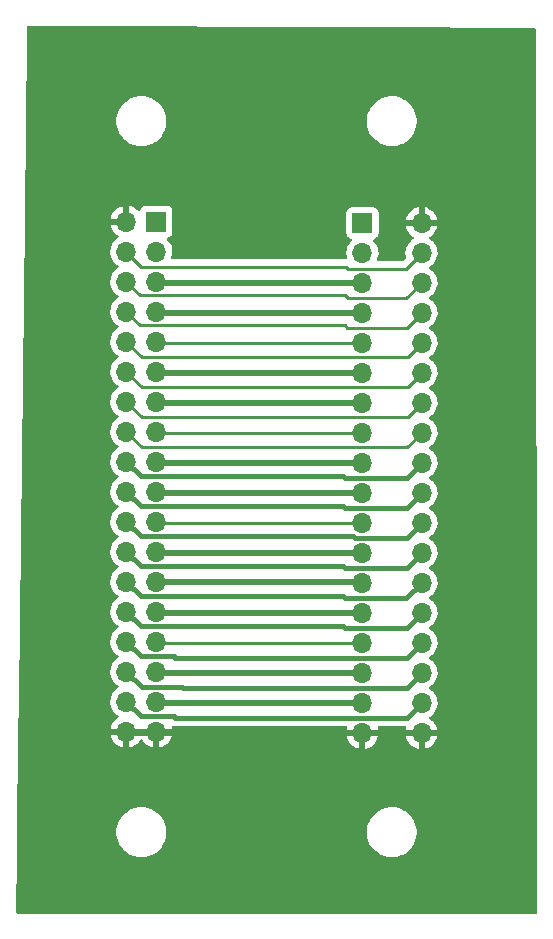
<source format=gbr>
%TF.GenerationSoftware,KiCad,Pcbnew,(6.0.6)*%
%TF.CreationDate,2022-10-16T14:55:51-05:00*%
%TF.ProjectId,CartRiser,43617274-5269-4736-9572-2e6b69636164,rev?*%
%TF.SameCoordinates,Original*%
%TF.FileFunction,Copper,L2,Bot*%
%TF.FilePolarity,Positive*%
%FSLAX46Y46*%
G04 Gerber Fmt 4.6, Leading zero omitted, Abs format (unit mm)*
G04 Created by KiCad (PCBNEW (6.0.6)) date 2022-10-16 14:55:51*
%MOMM*%
%LPD*%
G01*
G04 APERTURE LIST*
%TA.AperFunction,ComponentPad*%
%ADD10R,1.700000X1.700000*%
%TD*%
%TA.AperFunction,ComponentPad*%
%ADD11O,1.700000X1.700000*%
%TD*%
%TA.AperFunction,Conductor*%
%ADD12C,0.500000*%
%TD*%
%TA.AperFunction,Conductor*%
%ADD13C,0.250000*%
%TD*%
%TA.AperFunction,Conductor*%
%ADD14C,0.400000*%
%TD*%
G04 APERTURE END LIST*
D10*
%TO.P,J2,1,Pin_1*%
%TO.N,~{CMRESET}*%
X171325000Y-60520000D03*
D11*
%TO.P,J2,2,Pin_2*%
%TO.N,GND*%
X176325000Y-60520000D03*
%TO.P,J2,3,Pin_3*%
%TO.N,D7*%
X171325000Y-63060000D03*
%TO.P,J2,4,Pin_4*%
%TO.N,~{CRUCLK}*%
X176325000Y-63060000D03*
%TO.P,J2,5,Pin_5*%
%TO.N,D6*%
X171325000Y-65600000D03*
%TO.P,J2,6,Pin_6*%
%TO.N,CRUIN*%
X176325000Y-65600000D03*
%TO.P,J2,7,Pin_7*%
%TO.N,D5*%
X171325000Y-68140000D03*
%TO.P,J2,8,Pin_8*%
%TO.N,A15-CRUOUT*%
X176325000Y-68140000D03*
%TO.P,J2,9,Pin_9*%
%TO.N,D4*%
X171325000Y-70680000D03*
%TO.P,J2,10,Pin_10*%
%TO.N,A13*%
X176325000Y-70680000D03*
%TO.P,J2,11,Pin_11*%
%TO.N,D3*%
X171325000Y-73220000D03*
%TO.P,J2,12,Pin_12*%
%TO.N,A12*%
X176325000Y-73220000D03*
%TO.P,J2,13,Pin_13*%
%TO.N,D2*%
X171325000Y-75760000D03*
%TO.P,J2,14,Pin_14*%
%TO.N,A11*%
X176325000Y-75760000D03*
%TO.P,J2,15,Pin_15*%
%TO.N,D1*%
X171325000Y-78300000D03*
%TO.P,J2,16,Pin_16*%
%TO.N,A10*%
X176325000Y-78300000D03*
%TO.P,J2,17,Pin_17*%
%TO.N,D0*%
X171325000Y-80840000D03*
%TO.P,J2,18,Pin_18*%
%TO.N,A9*%
X176325000Y-80840000D03*
%TO.P,J2,19,Pin_19*%
%TO.N,+5V*%
X171325000Y-83380000D03*
%TO.P,J2,20,Pin_20*%
%TO.N,A8*%
X176325000Y-83380000D03*
%TO.P,J2,21,Pin_21*%
%TO.N,~{GS}*%
X171325000Y-85920000D03*
%TO.P,J2,22,Pin_22*%
%TO.N,A7*%
X176325000Y-85920000D03*
%TO.P,J2,23,Pin_23*%
%TO.N,IO_A14*%
X171325000Y-88460000D03*
%TO.P,J2,24,Pin_24*%
%TO.N,A3*%
X176325000Y-88460000D03*
%TO.P,J2,25,Pin_25*%
%TO.N,DBIN*%
X171325000Y-91000000D03*
%TO.P,J2,26,Pin_26*%
%TO.N,A6*%
X176325000Y-91000000D03*
%TO.P,J2,27,Pin_27*%
%TO.N,GRMCLK*%
X171325000Y-93540000D03*
%TO.P,J2,28,Pin_28*%
%TO.N,A5*%
X176325000Y-93540000D03*
%TO.P,J2,29,Pin_29*%
%TO.N,-5V*%
X171325000Y-96080000D03*
%TO.P,J2,30,Pin_30*%
%TO.N,A4*%
X176325000Y-96080000D03*
%TO.P,J2,31,Pin_31*%
%TO.N,GREADY*%
X171325000Y-98620000D03*
%TO.P,J2,32,Pin_32*%
%TO.N,~{mWE}*%
X176325000Y-98620000D03*
%TO.P,J2,33,Pin_33*%
%TO.N,VSS*%
X171325000Y-101160000D03*
%TO.P,J2,34,Pin_34*%
%TO.N,~{ROMG}*%
X176325000Y-101160000D03*
%TO.P,J2,35,Pin_35*%
%TO.N,GND*%
X171325000Y-103700000D03*
%TO.P,J2,36,Pin_36*%
X176325000Y-103700000D03*
%TD*%
D10*
%TO.P,J1,1,Pin_1*%
%TO.N,~{CMRESET}*%
X153875000Y-60400000D03*
D11*
%TO.P,J1,2,Pin_2*%
%TO.N,GND*%
X151335000Y-60400000D03*
%TO.P,J1,3,Pin_3*%
%TO.N,D7*%
X153875000Y-62940000D03*
%TO.P,J1,4,Pin_4*%
%TO.N,~{CRUCLK}*%
X151335000Y-62940000D03*
%TO.P,J1,5,Pin_5*%
%TO.N,D6*%
X153875000Y-65480000D03*
%TO.P,J1,6,Pin_6*%
%TO.N,CRUIN*%
X151335000Y-65480000D03*
%TO.P,J1,7,Pin_7*%
%TO.N,D5*%
X153875000Y-68020000D03*
%TO.P,J1,8,Pin_8*%
%TO.N,A15-CRUOUT*%
X151335000Y-68020000D03*
%TO.P,J1,9,Pin_9*%
%TO.N,D4*%
X153875000Y-70560000D03*
%TO.P,J1,10,Pin_10*%
%TO.N,A13*%
X151335000Y-70560000D03*
%TO.P,J1,11,Pin_11*%
%TO.N,D3*%
X153875000Y-73100000D03*
%TO.P,J1,12,Pin_12*%
%TO.N,A12*%
X151335000Y-73100000D03*
%TO.P,J1,13,Pin_13*%
%TO.N,D2*%
X153875000Y-75640000D03*
%TO.P,J1,14,Pin_14*%
%TO.N,A11*%
X151335000Y-75640000D03*
%TO.P,J1,15,Pin_15*%
%TO.N,D1*%
X153875000Y-78180000D03*
%TO.P,J1,16,Pin_16*%
%TO.N,A10*%
X151335000Y-78180000D03*
%TO.P,J1,17,Pin_17*%
%TO.N,D0*%
X153875000Y-80720000D03*
%TO.P,J1,18,Pin_18*%
%TO.N,A9*%
X151335000Y-80720000D03*
%TO.P,J1,19,Pin_19*%
%TO.N,+5V*%
X153875000Y-83260000D03*
%TO.P,J1,20,Pin_20*%
%TO.N,A8*%
X151335000Y-83260000D03*
%TO.P,J1,21,Pin_21*%
%TO.N,~{GS}*%
X153875000Y-85800000D03*
%TO.P,J1,22,Pin_22*%
%TO.N,A7*%
X151335000Y-85800000D03*
%TO.P,J1,23,Pin_23*%
%TO.N,IO_A14*%
X153875000Y-88340000D03*
%TO.P,J1,24,Pin_24*%
%TO.N,A3*%
X151335000Y-88340000D03*
%TO.P,J1,25,Pin_25*%
%TO.N,DBIN*%
X153875000Y-90880000D03*
%TO.P,J1,26,Pin_26*%
%TO.N,A6*%
X151335000Y-90880000D03*
%TO.P,J1,27,Pin_27*%
%TO.N,GRMCLK*%
X153875000Y-93420000D03*
%TO.P,J1,28,Pin_28*%
%TO.N,A5*%
X151335000Y-93420000D03*
%TO.P,J1,29,Pin_29*%
%TO.N,-5V*%
X153875000Y-95960000D03*
%TO.P,J1,30,Pin_30*%
%TO.N,A4*%
X151335000Y-95960000D03*
%TO.P,J1,31,Pin_31*%
%TO.N,GREADY*%
X153875000Y-98500000D03*
%TO.P,J1,32,Pin_32*%
%TO.N,~{mWE}*%
X151335000Y-98500000D03*
%TO.P,J1,33,Pin_33*%
%TO.N,VSS*%
X153875000Y-101040000D03*
%TO.P,J1,34,Pin_34*%
%TO.N,~{ROMG}*%
X151335000Y-101040000D03*
%TO.P,J1,35,Pin_35*%
%TO.N,GND*%
X153875000Y-103580000D03*
%TO.P,J1,36,Pin_36*%
X151335000Y-103580000D03*
%TD*%
D12*
%TO.N,D6*%
X153995000Y-65600000D02*
X153875000Y-65480000D01*
X171325000Y-65600000D02*
X153995000Y-65600000D01*
%TO.N,D5*%
X153995000Y-68140000D02*
X153875000Y-68020000D01*
X171325000Y-68140000D02*
X153995000Y-68140000D01*
D13*
%TO.N,D4*%
X153995000Y-70680000D02*
X153875000Y-70560000D01*
X171325000Y-70680000D02*
X153995000Y-70680000D01*
D12*
%TO.N,D3*%
X153995000Y-73220000D02*
X153875000Y-73100000D01*
X171325000Y-73220000D02*
X153995000Y-73220000D01*
%TO.N,D2*%
X171325000Y-75760000D02*
X153995000Y-75760000D01*
X153995000Y-75760000D02*
X153875000Y-75640000D01*
D13*
%TO.N,D1*%
X153995000Y-78300000D02*
X153875000Y-78180000D01*
X171325000Y-78300000D02*
X153995000Y-78300000D01*
D12*
%TO.N,D0*%
X153995000Y-80840000D02*
X153875000Y-80720000D01*
X171325000Y-80840000D02*
X153995000Y-80840000D01*
%TO.N,+5V*%
X153995000Y-83380000D02*
X153875000Y-83260000D01*
X171325000Y-83380000D02*
X153995000Y-83380000D01*
D13*
%TO.N,~{GS}*%
X153995000Y-85920000D02*
X153875000Y-85800000D01*
X171325000Y-85920000D02*
X153995000Y-85920000D01*
D12*
%TO.N,IO_A14*%
X153995000Y-88460000D02*
X153875000Y-88340000D01*
X171325000Y-88460000D02*
X153995000Y-88460000D01*
%TO.N,DBIN*%
X171205000Y-90880000D02*
X171325000Y-91000000D01*
X153875000Y-90880000D02*
X171205000Y-90880000D01*
%TO.N,GRMCLK*%
X153995000Y-93540000D02*
X153875000Y-93420000D01*
X171325000Y-93540000D02*
X153995000Y-93540000D01*
D13*
%TO.N,-5V*%
X153995000Y-96080000D02*
X153875000Y-95960000D01*
X171325000Y-96080000D02*
X153995000Y-96080000D01*
D12*
%TO.N,GREADY*%
X153995000Y-98620000D02*
X153875000Y-98500000D01*
X171325000Y-98620000D02*
X153995000Y-98620000D01*
%TO.N,VSS*%
X153995000Y-101160000D02*
X153875000Y-101040000D01*
X171325000Y-101160000D02*
X153995000Y-101160000D01*
D13*
%TO.N,A11*%
X175145001Y-76939999D02*
X176325000Y-75760000D01*
X151335000Y-75640000D02*
X152634999Y-76939999D01*
X152634999Y-76939999D02*
X175145001Y-76939999D01*
%TO.N,~{CRUCLK}*%
X174985000Y-64400000D02*
X176325000Y-63060000D01*
X170133556Y-64400000D02*
X174985000Y-64400000D01*
X169947834Y-64214278D02*
X170133556Y-64400000D01*
X152609278Y-64214278D02*
X169947834Y-64214278D01*
X151335000Y-62940000D02*
X152609278Y-64214278D01*
%TO.N,CRUIN*%
X175025000Y-66900000D02*
X176325000Y-65600000D01*
X170093556Y-66900000D02*
X175025000Y-66900000D01*
X152510000Y-66655000D02*
X169848556Y-66655000D01*
X151335000Y-65480000D02*
X152510000Y-66655000D01*
X169848556Y-66655000D02*
X170093556Y-66900000D01*
%TO.N,A15-CRUOUT*%
X170053556Y-69400000D02*
X175065000Y-69400000D01*
X169848556Y-69195000D02*
X170053556Y-69400000D01*
X152510000Y-69195000D02*
X169848556Y-69195000D01*
X151335000Y-68020000D02*
X152510000Y-69195000D01*
X175065000Y-69400000D02*
X176325000Y-68140000D01*
%TO.N,A13*%
X152630000Y-71855000D02*
X175150000Y-71855000D01*
X175150000Y-71855000D02*
X176325000Y-70680000D01*
X151335000Y-70560000D02*
X152630000Y-71855000D01*
%TO.N,A12*%
X152635000Y-74400000D02*
X175145000Y-74400000D01*
X175145000Y-74400000D02*
X176325000Y-73220000D01*
X151335000Y-73100000D02*
X152635000Y-74400000D01*
%TO.N,A10*%
X175096778Y-79528222D02*
X176325000Y-78300000D01*
X152683222Y-79528222D02*
X175096778Y-79528222D01*
X151335000Y-78180000D02*
X152683222Y-79528222D01*
D14*
%TO.N,A9*%
X175065000Y-82100000D02*
X176325000Y-80840000D01*
X169711424Y-81970000D02*
X169841424Y-82100000D01*
X152585000Y-81970000D02*
X169711424Y-81970000D01*
X151335000Y-80720000D02*
X152585000Y-81970000D01*
X169841424Y-82100000D02*
X175065000Y-82100000D01*
%TO.N,A8*%
X169852850Y-84651426D02*
X175053574Y-84651426D01*
X169711424Y-84510000D02*
X169852850Y-84651426D01*
X152585000Y-84510000D02*
X169711424Y-84510000D01*
X175053574Y-84651426D02*
X176325000Y-83380000D01*
X151335000Y-83260000D02*
X152585000Y-84510000D01*
%TO.N,A7*%
X175075000Y-87170000D02*
X176325000Y-85920000D01*
X170670001Y-87170000D02*
X175075000Y-87170000D01*
X170550001Y-87050000D02*
X170670001Y-87170000D01*
X151335000Y-85800000D02*
X152585000Y-87050000D01*
X152585000Y-87050000D02*
X170550001Y-87050000D01*
%TO.N,A3*%
X175070712Y-89714288D02*
X176325000Y-88460000D01*
X169835712Y-89714288D02*
X175070712Y-89714288D01*
X152585000Y-89590000D02*
X169711424Y-89590000D01*
X151335000Y-88340000D02*
X152585000Y-89590000D01*
X169711424Y-89590000D02*
X169835712Y-89714288D01*
%TO.N,A6*%
X175040712Y-92284288D02*
X176325000Y-91000000D01*
X169865712Y-92284288D02*
X175040712Y-92284288D01*
X152585000Y-92130000D02*
X169711424Y-92130000D01*
X169711424Y-92130000D02*
X169865712Y-92284288D01*
X151335000Y-90880000D02*
X152585000Y-92130000D01*
%TO.N,A5*%
X175065000Y-94800000D02*
X176325000Y-93540000D01*
X169841424Y-94800000D02*
X175065000Y-94800000D01*
X169711424Y-94670000D02*
X169841424Y-94800000D01*
X152585000Y-94670000D02*
X169711424Y-94670000D01*
X151335000Y-93420000D02*
X152585000Y-94670000D01*
%TO.N,A4*%
X152590712Y-97215712D02*
X151335000Y-95960000D01*
X155334288Y-97215712D02*
X152590712Y-97215712D01*
X175075000Y-97330000D02*
X155448576Y-97330000D01*
X176325000Y-96080000D02*
X175075000Y-97330000D01*
X155448576Y-97330000D02*
X155334288Y-97215712D01*
%TO.N,~{mWE}*%
X152625000Y-99790000D02*
X151335000Y-98500000D01*
X156050000Y-99790000D02*
X152625000Y-99790000D01*
X175075000Y-99870000D02*
X156130000Y-99870000D01*
X176325000Y-98620000D02*
X175075000Y-99870000D01*
X156130000Y-99870000D02*
X156050000Y-99790000D01*
%TO.N,~{ROMG}*%
X152595000Y-102300000D02*
X151335000Y-101040000D01*
X155448576Y-102410000D02*
X155338576Y-102300000D01*
X175075000Y-102410000D02*
X155448576Y-102410000D01*
X176325000Y-101160000D02*
X175075000Y-102410000D01*
X155338576Y-102300000D02*
X152595000Y-102300000D01*
D12*
%TO.N,GND*%
X151455000Y-103700000D02*
X151335000Y-103580000D01*
X176325000Y-103700000D02*
X151455000Y-103700000D01*
%TD*%
%TA.AperFunction,Conductor*%
%TO.N,GND*%
G36*
X171758108Y-43933912D02*
G01*
X185874752Y-43999419D01*
X185942779Y-44019737D01*
X185989022Y-44073608D01*
X186000167Y-44125250D01*
X186093612Y-114208500D01*
X186099832Y-118873832D01*
X186079921Y-118941979D01*
X186026327Y-118988544D01*
X185973832Y-119000000D01*
X142127542Y-119000000D01*
X142059421Y-118979998D01*
X142012928Y-118926342D01*
X142001551Y-118872468D01*
X142059179Y-114134144D01*
X142082305Y-112232703D01*
X150490743Y-112232703D01*
X150528268Y-112517734D01*
X150604129Y-112795036D01*
X150716923Y-113059476D01*
X150864561Y-113306161D01*
X151044313Y-113530528D01*
X151252851Y-113728423D01*
X151486317Y-113896186D01*
X151490112Y-113898195D01*
X151490113Y-113898196D01*
X151511869Y-113909715D01*
X151740392Y-114030712D01*
X152010373Y-114129511D01*
X152291264Y-114190755D01*
X152319841Y-114193004D01*
X152514282Y-114208307D01*
X152514291Y-114208307D01*
X152516739Y-114208500D01*
X152672271Y-114208500D01*
X152674407Y-114208354D01*
X152674418Y-114208354D01*
X152882548Y-114194165D01*
X152882554Y-114194164D01*
X152886825Y-114193873D01*
X152891020Y-114193004D01*
X152891022Y-114193004D01*
X153027583Y-114164724D01*
X153168342Y-114135574D01*
X153439343Y-114039607D01*
X153694812Y-113907750D01*
X153698313Y-113905289D01*
X153698317Y-113905287D01*
X153812417Y-113825096D01*
X153930023Y-113742441D01*
X154140622Y-113546740D01*
X154322713Y-113324268D01*
X154472927Y-113079142D01*
X154588483Y-112815898D01*
X154667244Y-112539406D01*
X154707751Y-112254784D01*
X154707845Y-112236951D01*
X154707867Y-112232703D01*
X171690743Y-112232703D01*
X171728268Y-112517734D01*
X171804129Y-112795036D01*
X171916923Y-113059476D01*
X172064561Y-113306161D01*
X172244313Y-113530528D01*
X172452851Y-113728423D01*
X172686317Y-113896186D01*
X172690112Y-113898195D01*
X172690113Y-113898196D01*
X172711869Y-113909715D01*
X172940392Y-114030712D01*
X173210373Y-114129511D01*
X173491264Y-114190755D01*
X173519841Y-114193004D01*
X173714282Y-114208307D01*
X173714291Y-114208307D01*
X173716739Y-114208500D01*
X173872271Y-114208500D01*
X173874407Y-114208354D01*
X173874418Y-114208354D01*
X174082548Y-114194165D01*
X174082554Y-114194164D01*
X174086825Y-114193873D01*
X174091020Y-114193004D01*
X174091022Y-114193004D01*
X174227583Y-114164724D01*
X174368342Y-114135574D01*
X174639343Y-114039607D01*
X174894812Y-113907750D01*
X174898313Y-113905289D01*
X174898317Y-113905287D01*
X175012417Y-113825096D01*
X175130023Y-113742441D01*
X175340622Y-113546740D01*
X175522713Y-113324268D01*
X175672927Y-113079142D01*
X175788483Y-112815898D01*
X175867244Y-112539406D01*
X175907751Y-112254784D01*
X175907845Y-112236951D01*
X175909235Y-111971583D01*
X175909235Y-111971576D01*
X175909257Y-111967297D01*
X175871732Y-111682266D01*
X175795871Y-111404964D01*
X175683077Y-111140524D01*
X175535439Y-110893839D01*
X175355687Y-110669472D01*
X175147149Y-110471577D01*
X174913683Y-110303814D01*
X174891843Y-110292250D01*
X174868654Y-110279972D01*
X174659608Y-110169288D01*
X174389627Y-110070489D01*
X174108736Y-110009245D01*
X174077685Y-110006801D01*
X173885718Y-109991693D01*
X173885709Y-109991693D01*
X173883261Y-109991500D01*
X173727729Y-109991500D01*
X173725593Y-109991646D01*
X173725582Y-109991646D01*
X173517452Y-110005835D01*
X173517446Y-110005836D01*
X173513175Y-110006127D01*
X173508980Y-110006996D01*
X173508978Y-110006996D01*
X173372417Y-110035276D01*
X173231658Y-110064426D01*
X172960657Y-110160393D01*
X172705188Y-110292250D01*
X172701687Y-110294711D01*
X172701683Y-110294713D01*
X172691594Y-110301804D01*
X172469977Y-110457559D01*
X172259378Y-110653260D01*
X172077287Y-110875732D01*
X171927073Y-111120858D01*
X171811517Y-111384102D01*
X171732756Y-111660594D01*
X171692249Y-111945216D01*
X171692227Y-111949505D01*
X171692226Y-111949512D01*
X171690765Y-112228417D01*
X171690743Y-112232703D01*
X154707867Y-112232703D01*
X154709235Y-111971583D01*
X154709235Y-111971576D01*
X154709257Y-111967297D01*
X154671732Y-111682266D01*
X154595871Y-111404964D01*
X154483077Y-111140524D01*
X154335439Y-110893839D01*
X154155687Y-110669472D01*
X153947149Y-110471577D01*
X153713683Y-110303814D01*
X153691843Y-110292250D01*
X153668654Y-110279972D01*
X153459608Y-110169288D01*
X153189627Y-110070489D01*
X152908736Y-110009245D01*
X152877685Y-110006801D01*
X152685718Y-109991693D01*
X152685709Y-109991693D01*
X152683261Y-109991500D01*
X152527729Y-109991500D01*
X152525593Y-109991646D01*
X152525582Y-109991646D01*
X152317452Y-110005835D01*
X152317446Y-110005836D01*
X152313175Y-110006127D01*
X152308980Y-110006996D01*
X152308978Y-110006996D01*
X152172417Y-110035276D01*
X152031658Y-110064426D01*
X151760657Y-110160393D01*
X151505188Y-110292250D01*
X151501687Y-110294711D01*
X151501683Y-110294713D01*
X151491594Y-110301804D01*
X151269977Y-110457559D01*
X151059378Y-110653260D01*
X150877287Y-110875732D01*
X150727073Y-111120858D01*
X150611517Y-111384102D01*
X150532756Y-111660594D01*
X150492249Y-111945216D01*
X150492227Y-111949505D01*
X150492226Y-111949512D01*
X150490765Y-112228417D01*
X150490743Y-112232703D01*
X142082305Y-112232703D01*
X142184281Y-103847966D01*
X150003257Y-103847966D01*
X150033565Y-103982446D01*
X150036645Y-103992275D01*
X150116770Y-104189603D01*
X150121413Y-104198794D01*
X150232694Y-104380388D01*
X150238777Y-104388699D01*
X150378213Y-104549667D01*
X150385580Y-104556883D01*
X150549434Y-104692916D01*
X150557881Y-104698831D01*
X150741756Y-104806279D01*
X150751042Y-104810729D01*
X150950001Y-104886703D01*
X150959899Y-104889579D01*
X151063250Y-104910606D01*
X151077299Y-104909410D01*
X151081000Y-104899065D01*
X151081000Y-104898517D01*
X151589000Y-104898517D01*
X151593064Y-104912359D01*
X151606478Y-104914393D01*
X151613184Y-104913534D01*
X151623262Y-104911392D01*
X151827255Y-104850191D01*
X151836842Y-104846433D01*
X152028095Y-104752739D01*
X152036945Y-104747464D01*
X152210328Y-104623792D01*
X152218200Y-104617139D01*
X152369052Y-104466812D01*
X152375730Y-104458965D01*
X152503022Y-104281819D01*
X152504147Y-104282627D01*
X152551669Y-104238876D01*
X152621607Y-104226661D01*
X152687046Y-104254197D01*
X152714870Y-104286028D01*
X152772690Y-104380383D01*
X152778777Y-104388699D01*
X152918213Y-104549667D01*
X152925580Y-104556883D01*
X153089434Y-104692916D01*
X153097881Y-104698831D01*
X153281756Y-104806279D01*
X153291042Y-104810729D01*
X153490001Y-104886703D01*
X153499899Y-104889579D01*
X153603250Y-104910606D01*
X153617299Y-104909410D01*
X153621000Y-104899065D01*
X153621000Y-104898517D01*
X154129000Y-104898517D01*
X154133064Y-104912359D01*
X154146478Y-104914393D01*
X154153184Y-104913534D01*
X154163262Y-104911392D01*
X154367255Y-104850191D01*
X154376842Y-104846433D01*
X154568095Y-104752739D01*
X154576945Y-104747464D01*
X154750328Y-104623792D01*
X154758200Y-104617139D01*
X154909052Y-104466812D01*
X154915730Y-104458965D01*
X155040003Y-104286020D01*
X155045313Y-104277183D01*
X155139670Y-104086267D01*
X155143469Y-104076672D01*
X155176497Y-103967966D01*
X169993257Y-103967966D01*
X170023565Y-104102446D01*
X170026645Y-104112275D01*
X170106770Y-104309603D01*
X170111413Y-104318794D01*
X170222694Y-104500388D01*
X170228777Y-104508699D01*
X170368213Y-104669667D01*
X170375580Y-104676883D01*
X170539434Y-104812916D01*
X170547881Y-104818831D01*
X170731756Y-104926279D01*
X170741042Y-104930729D01*
X170940001Y-105006703D01*
X170949899Y-105009579D01*
X171053250Y-105030606D01*
X171067299Y-105029410D01*
X171071000Y-105019065D01*
X171071000Y-105018517D01*
X171579000Y-105018517D01*
X171583064Y-105032359D01*
X171596478Y-105034393D01*
X171603184Y-105033534D01*
X171613262Y-105031392D01*
X171817255Y-104970191D01*
X171826842Y-104966433D01*
X172018095Y-104872739D01*
X172026945Y-104867464D01*
X172200328Y-104743792D01*
X172208200Y-104737139D01*
X172359052Y-104586812D01*
X172365730Y-104578965D01*
X172490003Y-104406020D01*
X172495313Y-104397183D01*
X172589670Y-104206267D01*
X172593469Y-104196672D01*
X172655377Y-103992910D01*
X172657555Y-103982837D01*
X172658986Y-103971962D01*
X172658363Y-103967966D01*
X174993257Y-103967966D01*
X175023565Y-104102446D01*
X175026645Y-104112275D01*
X175106770Y-104309603D01*
X175111413Y-104318794D01*
X175222694Y-104500388D01*
X175228777Y-104508699D01*
X175368213Y-104669667D01*
X175375580Y-104676883D01*
X175539434Y-104812916D01*
X175547881Y-104818831D01*
X175731756Y-104926279D01*
X175741042Y-104930729D01*
X175940001Y-105006703D01*
X175949899Y-105009579D01*
X176053250Y-105030606D01*
X176067299Y-105029410D01*
X176071000Y-105019065D01*
X176071000Y-105018517D01*
X176579000Y-105018517D01*
X176583064Y-105032359D01*
X176596478Y-105034393D01*
X176603184Y-105033534D01*
X176613262Y-105031392D01*
X176817255Y-104970191D01*
X176826842Y-104966433D01*
X177018095Y-104872739D01*
X177026945Y-104867464D01*
X177200328Y-104743792D01*
X177208200Y-104737139D01*
X177359052Y-104586812D01*
X177365730Y-104578965D01*
X177490003Y-104406020D01*
X177495313Y-104397183D01*
X177589670Y-104206267D01*
X177593469Y-104196672D01*
X177655377Y-103992910D01*
X177657555Y-103982837D01*
X177658986Y-103971962D01*
X177656775Y-103957778D01*
X177643617Y-103954000D01*
X176597115Y-103954000D01*
X176581876Y-103958475D01*
X176580671Y-103959865D01*
X176579000Y-103967548D01*
X176579000Y-105018517D01*
X176071000Y-105018517D01*
X176071000Y-103972115D01*
X176066525Y-103956876D01*
X176065135Y-103955671D01*
X176057452Y-103954000D01*
X175008225Y-103954000D01*
X174994694Y-103957973D01*
X174993257Y-103967966D01*
X172658363Y-103967966D01*
X172656775Y-103957778D01*
X172643617Y-103954000D01*
X171597115Y-103954000D01*
X171581876Y-103958475D01*
X171580671Y-103959865D01*
X171579000Y-103967548D01*
X171579000Y-105018517D01*
X171071000Y-105018517D01*
X171071000Y-103972115D01*
X171066525Y-103956876D01*
X171065135Y-103955671D01*
X171057452Y-103954000D01*
X170008225Y-103954000D01*
X169994694Y-103957973D01*
X169993257Y-103967966D01*
X155176497Y-103967966D01*
X155205377Y-103872910D01*
X155207555Y-103862837D01*
X155208986Y-103851962D01*
X155206775Y-103837778D01*
X155193617Y-103834000D01*
X154147115Y-103834000D01*
X154131876Y-103838475D01*
X154130671Y-103839865D01*
X154129000Y-103847548D01*
X154129000Y-104898517D01*
X153621000Y-104898517D01*
X153621000Y-103852115D01*
X153616525Y-103836876D01*
X153615135Y-103835671D01*
X153607452Y-103834000D01*
X151607115Y-103834000D01*
X151591876Y-103838475D01*
X151590671Y-103839865D01*
X151589000Y-103847548D01*
X151589000Y-104898517D01*
X151081000Y-104898517D01*
X151081000Y-103852115D01*
X151076525Y-103836876D01*
X151075135Y-103835671D01*
X151067452Y-103834000D01*
X150018225Y-103834000D01*
X150004694Y-103837973D01*
X150003257Y-103847966D01*
X142184281Y-103847966D01*
X142218837Y-101006695D01*
X149972251Y-101006695D01*
X149985110Y-101229715D01*
X149986247Y-101234761D01*
X149986248Y-101234767D01*
X150010304Y-101341508D01*
X150034222Y-101447639D01*
X150118266Y-101654616D01*
X150234987Y-101845088D01*
X150381250Y-102013938D01*
X150553126Y-102156632D01*
X150623113Y-102197529D01*
X150626955Y-102199774D01*
X150675679Y-102251412D01*
X150688750Y-102321195D01*
X150662019Y-102386967D01*
X150621562Y-102420327D01*
X150613457Y-102424546D01*
X150604738Y-102430036D01*
X150434433Y-102557905D01*
X150426726Y-102564748D01*
X150279590Y-102718717D01*
X150273104Y-102726727D01*
X150153098Y-102902649D01*
X150148000Y-102911623D01*
X150058338Y-103104783D01*
X150054775Y-103114470D01*
X149999389Y-103314183D01*
X150000912Y-103322607D01*
X150013292Y-103326000D01*
X155193344Y-103326000D01*
X155206875Y-103322027D01*
X155208180Y-103312947D01*
X155196217Y-103265320D01*
X155199021Y-103194379D01*
X155239734Y-103136215D01*
X155305429Y-103109296D01*
X155341382Y-103110734D01*
X155396293Y-103120911D01*
X155396296Y-103120911D01*
X155403762Y-103122295D01*
X155411342Y-103121858D01*
X155411343Y-103121858D01*
X155465956Y-103118709D01*
X155473209Y-103118500D01*
X169911238Y-103118500D01*
X169979359Y-103138502D01*
X170025852Y-103192158D01*
X170035956Y-103262432D01*
X170032655Y-103278172D01*
X169989389Y-103434183D01*
X169990912Y-103442607D01*
X170003292Y-103446000D01*
X172643344Y-103446000D01*
X172656875Y-103442027D01*
X172658180Y-103432947D01*
X172618555Y-103275196D01*
X172621359Y-103204255D01*
X172662072Y-103146091D01*
X172727767Y-103119172D01*
X172740759Y-103118500D01*
X174911238Y-103118500D01*
X174979359Y-103138502D01*
X175025852Y-103192158D01*
X175035956Y-103262432D01*
X175032655Y-103278172D01*
X174989389Y-103434183D01*
X174990912Y-103442607D01*
X175003292Y-103446000D01*
X177643344Y-103446000D01*
X177656875Y-103442027D01*
X177658180Y-103432947D01*
X177616214Y-103265875D01*
X177612894Y-103256124D01*
X177527972Y-103060814D01*
X177523105Y-103051739D01*
X177407426Y-102872926D01*
X177401136Y-102864757D01*
X177257806Y-102707240D01*
X177250273Y-102700215D01*
X177083139Y-102568222D01*
X177074556Y-102562520D01*
X177037602Y-102542120D01*
X176987631Y-102491687D01*
X176972859Y-102422245D01*
X176997975Y-102355839D01*
X177025327Y-102329232D01*
X177048797Y-102312491D01*
X177204860Y-102201173D01*
X177252874Y-102153327D01*
X177359435Y-102047137D01*
X177363096Y-102043489D01*
X177384331Y-102013938D01*
X177490435Y-101866277D01*
X177493453Y-101862077D01*
X177501850Y-101845088D01*
X177590136Y-101666453D01*
X177590137Y-101666451D01*
X177592430Y-101661811D01*
X177633114Y-101527906D01*
X177655865Y-101453023D01*
X177655865Y-101453021D01*
X177657370Y-101448069D01*
X177686529Y-101226590D01*
X177688156Y-101160000D01*
X177669852Y-100937361D01*
X177615431Y-100720702D01*
X177526354Y-100515840D01*
X177486906Y-100454862D01*
X177407822Y-100332617D01*
X177407820Y-100332614D01*
X177405014Y-100328277D01*
X177254670Y-100163051D01*
X177250619Y-100159852D01*
X177250615Y-100159848D01*
X177083414Y-100027800D01*
X177083410Y-100027798D01*
X177079359Y-100024598D01*
X177038053Y-100001796D01*
X176988084Y-99951364D01*
X176973312Y-99881921D01*
X176998428Y-99815516D01*
X177025780Y-99788909D01*
X177069603Y-99757650D01*
X177204860Y-99661173D01*
X177252874Y-99613327D01*
X177359435Y-99507137D01*
X177363096Y-99503489D01*
X177384331Y-99473938D01*
X177490435Y-99326277D01*
X177493453Y-99322077D01*
X177501850Y-99305088D01*
X177590136Y-99126453D01*
X177590137Y-99126451D01*
X177592430Y-99121811D01*
X177633114Y-98987906D01*
X177655865Y-98913023D01*
X177655865Y-98913021D01*
X177657370Y-98908069D01*
X177686529Y-98686590D01*
X177688156Y-98620000D01*
X177669852Y-98397361D01*
X177615431Y-98180702D01*
X177526354Y-97975840D01*
X177486906Y-97914862D01*
X177407822Y-97792617D01*
X177407820Y-97792614D01*
X177405014Y-97788277D01*
X177254670Y-97623051D01*
X177250619Y-97619852D01*
X177250615Y-97619848D01*
X177083414Y-97487800D01*
X177083410Y-97487798D01*
X177079359Y-97484598D01*
X177038053Y-97461796D01*
X176988084Y-97411364D01*
X176973312Y-97341921D01*
X176998428Y-97275516D01*
X177025780Y-97248909D01*
X177069603Y-97217650D01*
X177204860Y-97121173D01*
X177252874Y-97073327D01*
X177359435Y-96967137D01*
X177363096Y-96963489D01*
X177384331Y-96933938D01*
X177490435Y-96786277D01*
X177493453Y-96782077D01*
X177501850Y-96765088D01*
X177590136Y-96586453D01*
X177590137Y-96586451D01*
X177592430Y-96581811D01*
X177633114Y-96447906D01*
X177655865Y-96373023D01*
X177655865Y-96373021D01*
X177657370Y-96368069D01*
X177686529Y-96146590D01*
X177688156Y-96080000D01*
X177669852Y-95857361D01*
X177615431Y-95640702D01*
X177526354Y-95435840D01*
X177486906Y-95374862D01*
X177407822Y-95252617D01*
X177407820Y-95252614D01*
X177405014Y-95248277D01*
X177254670Y-95083051D01*
X177250619Y-95079852D01*
X177250615Y-95079848D01*
X177083414Y-94947800D01*
X177083410Y-94947798D01*
X177079359Y-94944598D01*
X177038053Y-94921796D01*
X176988084Y-94871364D01*
X176973312Y-94801921D01*
X176998428Y-94735516D01*
X177025780Y-94708909D01*
X177069603Y-94677650D01*
X177204860Y-94581173D01*
X177252874Y-94533327D01*
X177359435Y-94427137D01*
X177363096Y-94423489D01*
X177384331Y-94393938D01*
X177490435Y-94246277D01*
X177493453Y-94242077D01*
X177501850Y-94225088D01*
X177590136Y-94046453D01*
X177590137Y-94046451D01*
X177592430Y-94041811D01*
X177633114Y-93907906D01*
X177655865Y-93833023D01*
X177655867Y-93833015D01*
X177657370Y-93828069D01*
X177686529Y-93606590D01*
X177688156Y-93540000D01*
X177669852Y-93317361D01*
X177615431Y-93100702D01*
X177526354Y-92895840D01*
X177486906Y-92834862D01*
X177407822Y-92712617D01*
X177407820Y-92712614D01*
X177405014Y-92708277D01*
X177254670Y-92543051D01*
X177250619Y-92539852D01*
X177250615Y-92539848D01*
X177083414Y-92407800D01*
X177083410Y-92407798D01*
X177079359Y-92404598D01*
X177038053Y-92381796D01*
X176988084Y-92331364D01*
X176973312Y-92261921D01*
X176998428Y-92195516D01*
X177025780Y-92168909D01*
X177069603Y-92137650D01*
X177204860Y-92041173D01*
X177252874Y-91993327D01*
X177359435Y-91887137D01*
X177363096Y-91883489D01*
X177384331Y-91853938D01*
X177490435Y-91706277D01*
X177493453Y-91702077D01*
X177501850Y-91685088D01*
X177590136Y-91506453D01*
X177590137Y-91506451D01*
X177592430Y-91501811D01*
X177633114Y-91367904D01*
X177655865Y-91293023D01*
X177655867Y-91293015D01*
X177657370Y-91288069D01*
X177686529Y-91066590D01*
X177688156Y-91000000D01*
X177669852Y-90777361D01*
X177615431Y-90560702D01*
X177526354Y-90355840D01*
X177486906Y-90294862D01*
X177407822Y-90172617D01*
X177407820Y-90172614D01*
X177405014Y-90168277D01*
X177254670Y-90003051D01*
X177250619Y-89999852D01*
X177250615Y-89999848D01*
X177083414Y-89867800D01*
X177083410Y-89867798D01*
X177079359Y-89864598D01*
X177038053Y-89841796D01*
X176988084Y-89791364D01*
X176973312Y-89721921D01*
X176998428Y-89655516D01*
X177025780Y-89628909D01*
X177069603Y-89597650D01*
X177204860Y-89501173D01*
X177252874Y-89453327D01*
X177359435Y-89347137D01*
X177363096Y-89343489D01*
X177384331Y-89313938D01*
X177490435Y-89166277D01*
X177493453Y-89162077D01*
X177501850Y-89145088D01*
X177590136Y-88966453D01*
X177590137Y-88966451D01*
X177592430Y-88961811D01*
X177633114Y-88827906D01*
X177655865Y-88753023D01*
X177655865Y-88753021D01*
X177657370Y-88748069D01*
X177686529Y-88526590D01*
X177688156Y-88460000D01*
X177669852Y-88237361D01*
X177615431Y-88020702D01*
X177526354Y-87815840D01*
X177486906Y-87754862D01*
X177407822Y-87632617D01*
X177407820Y-87632614D01*
X177405014Y-87628277D01*
X177254670Y-87463051D01*
X177250619Y-87459852D01*
X177250615Y-87459848D01*
X177083414Y-87327800D01*
X177083410Y-87327798D01*
X177079359Y-87324598D01*
X177038053Y-87301796D01*
X176988084Y-87251364D01*
X176973312Y-87181921D01*
X176998428Y-87115516D01*
X177025780Y-87088909D01*
X177069603Y-87057650D01*
X177204860Y-86961173D01*
X177252874Y-86913327D01*
X177359435Y-86807137D01*
X177363096Y-86803489D01*
X177384331Y-86773938D01*
X177490435Y-86626277D01*
X177493453Y-86622077D01*
X177501850Y-86605088D01*
X177590136Y-86426453D01*
X177590137Y-86426451D01*
X177592430Y-86421811D01*
X177633114Y-86287906D01*
X177655865Y-86213023D01*
X177655865Y-86213021D01*
X177657370Y-86208069D01*
X177686529Y-85986590D01*
X177688156Y-85920000D01*
X177669852Y-85697361D01*
X177615431Y-85480702D01*
X177526354Y-85275840D01*
X177486906Y-85214862D01*
X177407822Y-85092617D01*
X177407820Y-85092614D01*
X177405014Y-85088277D01*
X177254670Y-84923051D01*
X177250619Y-84919852D01*
X177250615Y-84919848D01*
X177083414Y-84787800D01*
X177083410Y-84787798D01*
X177079359Y-84784598D01*
X177038053Y-84761796D01*
X176988084Y-84711364D01*
X176973312Y-84641921D01*
X176998428Y-84575516D01*
X177025780Y-84548909D01*
X177069603Y-84517650D01*
X177204860Y-84421173D01*
X177252874Y-84373327D01*
X177359435Y-84267137D01*
X177363096Y-84263489D01*
X177384331Y-84233938D01*
X177490435Y-84086277D01*
X177493453Y-84082077D01*
X177501850Y-84065088D01*
X177590136Y-83886453D01*
X177590137Y-83886451D01*
X177592430Y-83881811D01*
X177633114Y-83747906D01*
X177655865Y-83673023D01*
X177655865Y-83673021D01*
X177657370Y-83668069D01*
X177686529Y-83446590D01*
X177688156Y-83380000D01*
X177669852Y-83157361D01*
X177615431Y-82940702D01*
X177526354Y-82735840D01*
X177486906Y-82674862D01*
X177407822Y-82552617D01*
X177407820Y-82552614D01*
X177405014Y-82548277D01*
X177254670Y-82383051D01*
X177250619Y-82379852D01*
X177250615Y-82379848D01*
X177083414Y-82247800D01*
X177083410Y-82247798D01*
X177079359Y-82244598D01*
X177038053Y-82221796D01*
X176988084Y-82171364D01*
X176973312Y-82101921D01*
X176998428Y-82035516D01*
X177025780Y-82008909D01*
X177069603Y-81977650D01*
X177204860Y-81881173D01*
X177252874Y-81833327D01*
X177359435Y-81727137D01*
X177363096Y-81723489D01*
X177384331Y-81693938D01*
X177490435Y-81546277D01*
X177493453Y-81542077D01*
X177501850Y-81525088D01*
X177590136Y-81346453D01*
X177590137Y-81346451D01*
X177592430Y-81341811D01*
X177633114Y-81207906D01*
X177655865Y-81133023D01*
X177655867Y-81133015D01*
X177657370Y-81128069D01*
X177686529Y-80906590D01*
X177688156Y-80840000D01*
X177669852Y-80617361D01*
X177615431Y-80400702D01*
X177526354Y-80195840D01*
X177486906Y-80134862D01*
X177407822Y-80012617D01*
X177407820Y-80012614D01*
X177405014Y-80008277D01*
X177254670Y-79843051D01*
X177250619Y-79839852D01*
X177250615Y-79839848D01*
X177083414Y-79707800D01*
X177083410Y-79707798D01*
X177079359Y-79704598D01*
X177038053Y-79681796D01*
X176988084Y-79631364D01*
X176973312Y-79561921D01*
X176998428Y-79495516D01*
X177025780Y-79468909D01*
X177069603Y-79437650D01*
X177204860Y-79341173D01*
X177252874Y-79293327D01*
X177359435Y-79187137D01*
X177363096Y-79183489D01*
X177384331Y-79153938D01*
X177490435Y-79006277D01*
X177493453Y-79002077D01*
X177501850Y-78985088D01*
X177590136Y-78806453D01*
X177590137Y-78806451D01*
X177592430Y-78801811D01*
X177657370Y-78588069D01*
X177686529Y-78366590D01*
X177688156Y-78300000D01*
X177669852Y-78077361D01*
X177615431Y-77860702D01*
X177526354Y-77655840D01*
X177472666Y-77572851D01*
X177407822Y-77472617D01*
X177407820Y-77472614D01*
X177405014Y-77468277D01*
X177254670Y-77303051D01*
X177250619Y-77299852D01*
X177250615Y-77299848D01*
X177083414Y-77167800D01*
X177083410Y-77167798D01*
X177079359Y-77164598D01*
X177038053Y-77141796D01*
X176988084Y-77091364D01*
X176973312Y-77021921D01*
X176998428Y-76955516D01*
X177025780Y-76928909D01*
X177069603Y-76897650D01*
X177204860Y-76801173D01*
X177252874Y-76753327D01*
X177359435Y-76647137D01*
X177363096Y-76643489D01*
X177384331Y-76613938D01*
X177490435Y-76466277D01*
X177493453Y-76462077D01*
X177501850Y-76445088D01*
X177590136Y-76266453D01*
X177590137Y-76266451D01*
X177592430Y-76261811D01*
X177657370Y-76048069D01*
X177686529Y-75826590D01*
X177688156Y-75760000D01*
X177669852Y-75537361D01*
X177615431Y-75320702D01*
X177526354Y-75115840D01*
X177476139Y-75038220D01*
X177407822Y-74932617D01*
X177407820Y-74932614D01*
X177405014Y-74928277D01*
X177254670Y-74763051D01*
X177250619Y-74759852D01*
X177250615Y-74759848D01*
X177083414Y-74627800D01*
X177083410Y-74627798D01*
X177079359Y-74624598D01*
X177038053Y-74601796D01*
X176988084Y-74551364D01*
X176973312Y-74481921D01*
X176998428Y-74415516D01*
X177025780Y-74388909D01*
X177069603Y-74357650D01*
X177204860Y-74261173D01*
X177252874Y-74213327D01*
X177359435Y-74107137D01*
X177363096Y-74103489D01*
X177384331Y-74073938D01*
X177490435Y-73926277D01*
X177493453Y-73922077D01*
X177501850Y-73905088D01*
X177590136Y-73726453D01*
X177590137Y-73726451D01*
X177592430Y-73721811D01*
X177657370Y-73508069D01*
X177686529Y-73286590D01*
X177688156Y-73220000D01*
X177669852Y-72997361D01*
X177615431Y-72780702D01*
X177526354Y-72575840D01*
X177469851Y-72488500D01*
X177407822Y-72392617D01*
X177407820Y-72392614D01*
X177405014Y-72388277D01*
X177254670Y-72223051D01*
X177250619Y-72219852D01*
X177250615Y-72219848D01*
X177083414Y-72087800D01*
X177083410Y-72087798D01*
X177079359Y-72084598D01*
X177038053Y-72061796D01*
X176988084Y-72011364D01*
X176973312Y-71941921D01*
X176998428Y-71875516D01*
X177025780Y-71848909D01*
X177069603Y-71817650D01*
X177204860Y-71721173D01*
X177252874Y-71673327D01*
X177359435Y-71567137D01*
X177363096Y-71563489D01*
X177384331Y-71533938D01*
X177490435Y-71386277D01*
X177493453Y-71382077D01*
X177501850Y-71365088D01*
X177590136Y-71186453D01*
X177590137Y-71186451D01*
X177592430Y-71181811D01*
X177657370Y-70968069D01*
X177686529Y-70746590D01*
X177688156Y-70680000D01*
X177669852Y-70457361D01*
X177615431Y-70240702D01*
X177526354Y-70035840D01*
X177449205Y-69916586D01*
X177407822Y-69852617D01*
X177407820Y-69852614D01*
X177405014Y-69848277D01*
X177254670Y-69683051D01*
X177250619Y-69679852D01*
X177250615Y-69679848D01*
X177083414Y-69547800D01*
X177083410Y-69547798D01*
X177079359Y-69544598D01*
X177038053Y-69521796D01*
X176988084Y-69471364D01*
X176973312Y-69401921D01*
X176998428Y-69335516D01*
X177025780Y-69308909D01*
X177069603Y-69277650D01*
X177204860Y-69181173D01*
X177252874Y-69133327D01*
X177359435Y-69027137D01*
X177363096Y-69023489D01*
X177384331Y-68993938D01*
X177490435Y-68846277D01*
X177493453Y-68842077D01*
X177501850Y-68825088D01*
X177590136Y-68646453D01*
X177590137Y-68646451D01*
X177592430Y-68641811D01*
X177657370Y-68428069D01*
X177686529Y-68206590D01*
X177688156Y-68140000D01*
X177669852Y-67917361D01*
X177615431Y-67700702D01*
X177526354Y-67495840D01*
X177448913Y-67376134D01*
X177407822Y-67312617D01*
X177407820Y-67312614D01*
X177405014Y-67308277D01*
X177254670Y-67143051D01*
X177250619Y-67139852D01*
X177250615Y-67139848D01*
X177083414Y-67007800D01*
X177083410Y-67007798D01*
X177079359Y-67004598D01*
X177038053Y-66981796D01*
X176988084Y-66931364D01*
X176973312Y-66861921D01*
X176998428Y-66795516D01*
X177025780Y-66768909D01*
X177069603Y-66737650D01*
X177204860Y-66641173D01*
X177252874Y-66593327D01*
X177359435Y-66487137D01*
X177363096Y-66483489D01*
X177384331Y-66453938D01*
X177490435Y-66306277D01*
X177493453Y-66302077D01*
X177501850Y-66285088D01*
X177590136Y-66106453D01*
X177590137Y-66106451D01*
X177592430Y-66101811D01*
X177657370Y-65888069D01*
X177686529Y-65666590D01*
X177688156Y-65600000D01*
X177669852Y-65377361D01*
X177615431Y-65160702D01*
X177526354Y-64955840D01*
X177456446Y-64847778D01*
X177407822Y-64772617D01*
X177407820Y-64772614D01*
X177405014Y-64768277D01*
X177254670Y-64603051D01*
X177250619Y-64599852D01*
X177250615Y-64599848D01*
X177083414Y-64467800D01*
X177083410Y-64467798D01*
X177079359Y-64464598D01*
X177038053Y-64441796D01*
X176988084Y-64391364D01*
X176973312Y-64321921D01*
X176998428Y-64255516D01*
X177025780Y-64228909D01*
X177069603Y-64197650D01*
X177204860Y-64101173D01*
X177252874Y-64053327D01*
X177359435Y-63947137D01*
X177363096Y-63943489D01*
X177384331Y-63913938D01*
X177490435Y-63766277D01*
X177493453Y-63762077D01*
X177501850Y-63745088D01*
X177590136Y-63566453D01*
X177590137Y-63566451D01*
X177592430Y-63561811D01*
X177657370Y-63348069D01*
X177686529Y-63126590D01*
X177688156Y-63060000D01*
X177669852Y-62837361D01*
X177615431Y-62620702D01*
X177526354Y-62415840D01*
X177486906Y-62354862D01*
X177407822Y-62232617D01*
X177407820Y-62232614D01*
X177405014Y-62228277D01*
X177254670Y-62063051D01*
X177250619Y-62059852D01*
X177250615Y-62059848D01*
X177083414Y-61927800D01*
X177083410Y-61927798D01*
X177079359Y-61924598D01*
X177037569Y-61901529D01*
X176987598Y-61851097D01*
X176972826Y-61781654D01*
X176997942Y-61715248D01*
X177025294Y-61688641D01*
X177200328Y-61563792D01*
X177208200Y-61557139D01*
X177359052Y-61406812D01*
X177365730Y-61398965D01*
X177490003Y-61226020D01*
X177495313Y-61217183D01*
X177589670Y-61026267D01*
X177593469Y-61016672D01*
X177655377Y-60812910D01*
X177657555Y-60802837D01*
X177658986Y-60791962D01*
X177656775Y-60777778D01*
X177643617Y-60774000D01*
X175008225Y-60774000D01*
X174994694Y-60777973D01*
X174993257Y-60787966D01*
X175023565Y-60922446D01*
X175026645Y-60932275D01*
X175106770Y-61129603D01*
X175111413Y-61138794D01*
X175222694Y-61320388D01*
X175228777Y-61328699D01*
X175368213Y-61489667D01*
X175375580Y-61496883D01*
X175539434Y-61632916D01*
X175547881Y-61638831D01*
X175616969Y-61679203D01*
X175665693Y-61730842D01*
X175678764Y-61800625D01*
X175652033Y-61866396D01*
X175611584Y-61899752D01*
X175598607Y-61906507D01*
X175594474Y-61909610D01*
X175594471Y-61909612D01*
X175470567Y-62002642D01*
X175419965Y-62040635D01*
X175265629Y-62202138D01*
X175139743Y-62386680D01*
X175045688Y-62589305D01*
X174985989Y-62804570D01*
X174962251Y-63026695D01*
X174962548Y-63031848D01*
X174962548Y-63031851D01*
X174967893Y-63124547D01*
X174975110Y-63249715D01*
X174976247Y-63254761D01*
X174976248Y-63254767D01*
X175008453Y-63397668D01*
X175003917Y-63468520D01*
X174974631Y-63514464D01*
X174759500Y-63729595D01*
X174697188Y-63763621D01*
X174670405Y-63766500D01*
X172694088Y-63766500D01*
X172625967Y-63746498D01*
X172579474Y-63692842D01*
X172569370Y-63622568D01*
X172581131Y-63584673D01*
X172590136Y-63566453D01*
X172590137Y-63566451D01*
X172592430Y-63561811D01*
X172657370Y-63348069D01*
X172686529Y-63126590D01*
X172688156Y-63060000D01*
X172669852Y-62837361D01*
X172615431Y-62620702D01*
X172526354Y-62415840D01*
X172486906Y-62354862D01*
X172407822Y-62232617D01*
X172407820Y-62232614D01*
X172405014Y-62228277D01*
X172401532Y-62224450D01*
X172257798Y-62066488D01*
X172226746Y-62002642D01*
X172235141Y-61932143D01*
X172280317Y-61877375D01*
X172306761Y-61863706D01*
X172413297Y-61823767D01*
X172421705Y-61820615D01*
X172538261Y-61733261D01*
X172625615Y-61616705D01*
X172676745Y-61480316D01*
X172683500Y-61418134D01*
X172683500Y-60254183D01*
X174989389Y-60254183D01*
X174990912Y-60262607D01*
X175003292Y-60266000D01*
X176052885Y-60266000D01*
X176068124Y-60261525D01*
X176069329Y-60260135D01*
X176071000Y-60252452D01*
X176071000Y-60247885D01*
X176579000Y-60247885D01*
X176583475Y-60263124D01*
X176584865Y-60264329D01*
X176592548Y-60266000D01*
X177643344Y-60266000D01*
X177656875Y-60262027D01*
X177658180Y-60252947D01*
X177616214Y-60085875D01*
X177612894Y-60076124D01*
X177527972Y-59880814D01*
X177523105Y-59871739D01*
X177407426Y-59692926D01*
X177401136Y-59684757D01*
X177257806Y-59527240D01*
X177250273Y-59520215D01*
X177083139Y-59388222D01*
X177074552Y-59382517D01*
X176888117Y-59279599D01*
X176878705Y-59275369D01*
X176677959Y-59204280D01*
X176667988Y-59201646D01*
X176596837Y-59188972D01*
X176583540Y-59190432D01*
X176579000Y-59204989D01*
X176579000Y-60247885D01*
X176071000Y-60247885D01*
X176071000Y-59203102D01*
X176067082Y-59189758D01*
X176052806Y-59187771D01*
X176014324Y-59193660D01*
X176004288Y-59196051D01*
X175801868Y-59262212D01*
X175792359Y-59266209D01*
X175603463Y-59364542D01*
X175594738Y-59370036D01*
X175424433Y-59497905D01*
X175416726Y-59504748D01*
X175269590Y-59658717D01*
X175263104Y-59666727D01*
X175143098Y-59842649D01*
X175138000Y-59851623D01*
X175048338Y-60044783D01*
X175044775Y-60054470D01*
X174989389Y-60254183D01*
X172683500Y-60254183D01*
X172683500Y-59621866D01*
X172676745Y-59559684D01*
X172625615Y-59423295D01*
X172538261Y-59306739D01*
X172421705Y-59219385D01*
X172285316Y-59168255D01*
X172223134Y-59161500D01*
X170426866Y-59161500D01*
X170364684Y-59168255D01*
X170228295Y-59219385D01*
X170111739Y-59306739D01*
X170024385Y-59423295D01*
X169973255Y-59559684D01*
X169966500Y-59621866D01*
X169966500Y-61418134D01*
X169973255Y-61480316D01*
X170024385Y-61616705D01*
X170111739Y-61733261D01*
X170228295Y-61820615D01*
X170236704Y-61823767D01*
X170236705Y-61823768D01*
X170345451Y-61864535D01*
X170402216Y-61907176D01*
X170426916Y-61973738D01*
X170411709Y-62043087D01*
X170392316Y-62069568D01*
X170265629Y-62202138D01*
X170139743Y-62386680D01*
X170045688Y-62589305D01*
X169985989Y-62804570D01*
X169962251Y-63026695D01*
X169962548Y-63031848D01*
X169962548Y-63031851D01*
X169967893Y-63124547D01*
X169975110Y-63249715D01*
X169976247Y-63254761D01*
X169976248Y-63254767D01*
X170015081Y-63427077D01*
X170010545Y-63497928D01*
X169968423Y-63555080D01*
X169902090Y-63580386D01*
X169892164Y-63580778D01*
X155270177Y-63580778D01*
X155202056Y-63560776D01*
X155155563Y-63507120D01*
X155145459Y-63436846D01*
X155149619Y-63418149D01*
X155205865Y-63233023D01*
X155205865Y-63233021D01*
X155207370Y-63228069D01*
X155236529Y-63006590D01*
X155238156Y-62940000D01*
X155219852Y-62717361D01*
X155165431Y-62500702D01*
X155076354Y-62295840D01*
X155018500Y-62206411D01*
X154957822Y-62112617D01*
X154957820Y-62112614D01*
X154955014Y-62108277D01*
X154951532Y-62104450D01*
X154807798Y-61946488D01*
X154776746Y-61882642D01*
X154785141Y-61812143D01*
X154830317Y-61757375D01*
X154856761Y-61743706D01*
X154963297Y-61703767D01*
X154971705Y-61700615D01*
X155088261Y-61613261D01*
X155175615Y-61496705D01*
X155226745Y-61360316D01*
X155233500Y-61298134D01*
X155233500Y-59501866D01*
X155226745Y-59439684D01*
X155175615Y-59303295D01*
X155088261Y-59186739D01*
X154971705Y-59099385D01*
X154835316Y-59048255D01*
X154773134Y-59041500D01*
X152976866Y-59041500D01*
X152914684Y-59048255D01*
X152778295Y-59099385D01*
X152661739Y-59186739D01*
X152574385Y-59303295D01*
X152571233Y-59311703D01*
X152571232Y-59311705D01*
X152529722Y-59422433D01*
X152487081Y-59479198D01*
X152420519Y-59503898D01*
X152351170Y-59488691D01*
X152318546Y-59463004D01*
X152267799Y-59407234D01*
X152260273Y-59400215D01*
X152093139Y-59268222D01*
X152084552Y-59262517D01*
X151898117Y-59159599D01*
X151888705Y-59155369D01*
X151687959Y-59084280D01*
X151677988Y-59081646D01*
X151606837Y-59068972D01*
X151593540Y-59070432D01*
X151589000Y-59084989D01*
X151589000Y-60528000D01*
X151568998Y-60596121D01*
X151515342Y-60642614D01*
X151463000Y-60654000D01*
X150018225Y-60654000D01*
X150004694Y-60657973D01*
X150003257Y-60667966D01*
X150033565Y-60802446D01*
X150036645Y-60812275D01*
X150116770Y-61009603D01*
X150121413Y-61018794D01*
X150232694Y-61200388D01*
X150238777Y-61208699D01*
X150378213Y-61369667D01*
X150385580Y-61376883D01*
X150549434Y-61512916D01*
X150557881Y-61518831D01*
X150626969Y-61559203D01*
X150675693Y-61610842D01*
X150688764Y-61680625D01*
X150662033Y-61746396D01*
X150621584Y-61779752D01*
X150608607Y-61786507D01*
X150604474Y-61789610D01*
X150604471Y-61789612D01*
X150444646Y-61909612D01*
X150429965Y-61920635D01*
X150426393Y-61924373D01*
X150290585Y-62066488D01*
X150275629Y-62082138D01*
X150149743Y-62266680D01*
X150134003Y-62300590D01*
X150078301Y-62420590D01*
X150055688Y-62469305D01*
X149995989Y-62684570D01*
X149972251Y-62906695D01*
X149972548Y-62911848D01*
X149972548Y-62911851D01*
X149978011Y-63006590D01*
X149985110Y-63129715D01*
X149986247Y-63134761D01*
X149986248Y-63134767D01*
X150006119Y-63222939D01*
X150034222Y-63347639D01*
X150118266Y-63554616D01*
X150234987Y-63745088D01*
X150381250Y-63913938D01*
X150553126Y-64056632D01*
X150623113Y-64097529D01*
X150626445Y-64099476D01*
X150675169Y-64151114D01*
X150688240Y-64220897D01*
X150661509Y-64286669D01*
X150621055Y-64320027D01*
X150608607Y-64326507D01*
X150604474Y-64329610D01*
X150604471Y-64329612D01*
X150434100Y-64457530D01*
X150429965Y-64460635D01*
X150275629Y-64622138D01*
X150149743Y-64806680D01*
X150147564Y-64811375D01*
X150078301Y-64960590D01*
X150055688Y-65009305D01*
X149995989Y-65224570D01*
X149972251Y-65446695D01*
X149985110Y-65669715D01*
X149986247Y-65674761D01*
X149986248Y-65674767D01*
X150010304Y-65781508D01*
X150034222Y-65887639D01*
X150118266Y-66094616D01*
X150234987Y-66285088D01*
X150381250Y-66453938D01*
X150553126Y-66596632D01*
X150623113Y-66637529D01*
X150626445Y-66639476D01*
X150675169Y-66691114D01*
X150688240Y-66760897D01*
X150661509Y-66826669D01*
X150621055Y-66860027D01*
X150608607Y-66866507D01*
X150604474Y-66869610D01*
X150604471Y-66869612D01*
X150434100Y-66997530D01*
X150429965Y-67000635D01*
X150275629Y-67162138D01*
X150149743Y-67346680D01*
X150136071Y-67376134D01*
X150062023Y-67535658D01*
X150055688Y-67549305D01*
X149995989Y-67764570D01*
X149972251Y-67986695D01*
X149985110Y-68209715D01*
X149986247Y-68214761D01*
X149986248Y-68214767D01*
X150010304Y-68321508D01*
X150034222Y-68427639D01*
X150118266Y-68634616D01*
X150234987Y-68825088D01*
X150381250Y-68993938D01*
X150553126Y-69136632D01*
X150623113Y-69177529D01*
X150626445Y-69179476D01*
X150675169Y-69231114D01*
X150688240Y-69300897D01*
X150661509Y-69366669D01*
X150621055Y-69400027D01*
X150608607Y-69406507D01*
X150604474Y-69409610D01*
X150604471Y-69409612D01*
X150434100Y-69537530D01*
X150429965Y-69540635D01*
X150275629Y-69702138D01*
X150149743Y-69886680D01*
X150135861Y-69916586D01*
X150078301Y-70040590D01*
X150055688Y-70089305D01*
X149995989Y-70304570D01*
X149972251Y-70526695D01*
X149985110Y-70749715D01*
X149986247Y-70754761D01*
X149986248Y-70754767D01*
X150010304Y-70861508D01*
X150034222Y-70967639D01*
X150118266Y-71174616D01*
X150234987Y-71365088D01*
X150381250Y-71533938D01*
X150553126Y-71676632D01*
X150623113Y-71717529D01*
X150626445Y-71719476D01*
X150675169Y-71771114D01*
X150688240Y-71840897D01*
X150661509Y-71906669D01*
X150621055Y-71940027D01*
X150608607Y-71946507D01*
X150604474Y-71949610D01*
X150604471Y-71949612D01*
X150434100Y-72077530D01*
X150429965Y-72080635D01*
X150275629Y-72242138D01*
X150149743Y-72426680D01*
X150147564Y-72431375D01*
X150071939Y-72594296D01*
X150055688Y-72629305D01*
X149995989Y-72844570D01*
X149972251Y-73066695D01*
X149985110Y-73289715D01*
X149986247Y-73294761D01*
X149986248Y-73294767D01*
X150010304Y-73401508D01*
X150034222Y-73507639D01*
X150082032Y-73625382D01*
X150109425Y-73692842D01*
X150118266Y-73714616D01*
X150234987Y-73905088D01*
X150381250Y-74073938D01*
X150553126Y-74216632D01*
X150623113Y-74257529D01*
X150626445Y-74259476D01*
X150675169Y-74311114D01*
X150688240Y-74380897D01*
X150661509Y-74446669D01*
X150621055Y-74480027D01*
X150608607Y-74486507D01*
X150604474Y-74489610D01*
X150604471Y-74489612D01*
X150434100Y-74617530D01*
X150429965Y-74620635D01*
X150275629Y-74782138D01*
X150149743Y-74966680D01*
X150147564Y-74971375D01*
X150069618Y-75139296D01*
X150055688Y-75169305D01*
X149995989Y-75384570D01*
X149972251Y-75606695D01*
X149985110Y-75829715D01*
X149986247Y-75834761D01*
X149986248Y-75834767D01*
X150010304Y-75941508D01*
X150034222Y-76047639D01*
X150118266Y-76254616D01*
X150234987Y-76445088D01*
X150381250Y-76613938D01*
X150553126Y-76756632D01*
X150623113Y-76797529D01*
X150626445Y-76799476D01*
X150675169Y-76851114D01*
X150688240Y-76920897D01*
X150661509Y-76986669D01*
X150621055Y-77020027D01*
X150608607Y-77026507D01*
X150604474Y-77029610D01*
X150604471Y-77029612D01*
X150434100Y-77157530D01*
X150429965Y-77160635D01*
X150275629Y-77322138D01*
X150149743Y-77506680D01*
X150147564Y-77511375D01*
X150078301Y-77660590D01*
X150055688Y-77709305D01*
X149995989Y-77924570D01*
X149972251Y-78146695D01*
X149985110Y-78369715D01*
X149986247Y-78374761D01*
X149986248Y-78374767D01*
X150010304Y-78481508D01*
X150034222Y-78587639D01*
X150118266Y-78794616D01*
X150234987Y-78985088D01*
X150381250Y-79153938D01*
X150553126Y-79296632D01*
X150623113Y-79337529D01*
X150626445Y-79339476D01*
X150675169Y-79391114D01*
X150688240Y-79460897D01*
X150661509Y-79526669D01*
X150621055Y-79560027D01*
X150608607Y-79566507D01*
X150604474Y-79569610D01*
X150604471Y-79569612D01*
X150434100Y-79697530D01*
X150429965Y-79700635D01*
X150275629Y-79862138D01*
X150149743Y-80046680D01*
X150147564Y-80051375D01*
X150062152Y-80235380D01*
X150055688Y-80249305D01*
X149995989Y-80464570D01*
X149972251Y-80686695D01*
X149985110Y-80909715D01*
X149986247Y-80914761D01*
X149986248Y-80914767D01*
X150010304Y-81021508D01*
X150034222Y-81127639D01*
X150118266Y-81334616D01*
X150234987Y-81525088D01*
X150381250Y-81693938D01*
X150553126Y-81836632D01*
X150623113Y-81877529D01*
X150626445Y-81879476D01*
X150675169Y-81931114D01*
X150688240Y-82000897D01*
X150661509Y-82066669D01*
X150621055Y-82100027D01*
X150608607Y-82106507D01*
X150604474Y-82109610D01*
X150604471Y-82109612D01*
X150434100Y-82237530D01*
X150429965Y-82240635D01*
X150275629Y-82402138D01*
X150149743Y-82586680D01*
X150147564Y-82591375D01*
X150078301Y-82740590D01*
X150055688Y-82789305D01*
X149995989Y-83004570D01*
X149972251Y-83226695D01*
X149985110Y-83449715D01*
X149986247Y-83454761D01*
X149986248Y-83454767D01*
X150010304Y-83561508D01*
X150034222Y-83667639D01*
X150118266Y-83874616D01*
X150234987Y-84065088D01*
X150381250Y-84233938D01*
X150553126Y-84376632D01*
X150623113Y-84417529D01*
X150626445Y-84419476D01*
X150675169Y-84471114D01*
X150688240Y-84540897D01*
X150661509Y-84606669D01*
X150621055Y-84640027D01*
X150608607Y-84646507D01*
X150604474Y-84649610D01*
X150604471Y-84649612D01*
X150434100Y-84777530D01*
X150429965Y-84780635D01*
X150275629Y-84942138D01*
X150149743Y-85126680D01*
X150147564Y-85131375D01*
X150078301Y-85280590D01*
X150055688Y-85329305D01*
X149995989Y-85544570D01*
X149972251Y-85766695D01*
X149985110Y-85989715D01*
X149986247Y-85994761D01*
X149986248Y-85994767D01*
X150010304Y-86101508D01*
X150034222Y-86207639D01*
X150118266Y-86414616D01*
X150234987Y-86605088D01*
X150381250Y-86773938D01*
X150553126Y-86916632D01*
X150623113Y-86957529D01*
X150626445Y-86959476D01*
X150675169Y-87011114D01*
X150688240Y-87080897D01*
X150661509Y-87146669D01*
X150621055Y-87180027D01*
X150608607Y-87186507D01*
X150604474Y-87189610D01*
X150604471Y-87189612D01*
X150434100Y-87317530D01*
X150429965Y-87320635D01*
X150275629Y-87482138D01*
X150149743Y-87666680D01*
X150147564Y-87671375D01*
X150078301Y-87820590D01*
X150055688Y-87869305D01*
X149995989Y-88084570D01*
X149972251Y-88306695D01*
X149985110Y-88529715D01*
X149986247Y-88534761D01*
X149986248Y-88534767D01*
X150010304Y-88641508D01*
X150034222Y-88747639D01*
X150118266Y-88954616D01*
X150234987Y-89145088D01*
X150381250Y-89313938D01*
X150553126Y-89456632D01*
X150623113Y-89497529D01*
X150626445Y-89499476D01*
X150675169Y-89551114D01*
X150688240Y-89620897D01*
X150661509Y-89686669D01*
X150621055Y-89720027D01*
X150608607Y-89726507D01*
X150604474Y-89729610D01*
X150604471Y-89729612D01*
X150434100Y-89857530D01*
X150429965Y-89860635D01*
X150275629Y-90022138D01*
X150149743Y-90206680D01*
X150147564Y-90211375D01*
X150078301Y-90360590D01*
X150055688Y-90409305D01*
X149995989Y-90624570D01*
X149972251Y-90846695D01*
X149985110Y-91069715D01*
X149986247Y-91074761D01*
X149986248Y-91074767D01*
X150010304Y-91181508D01*
X150034222Y-91287639D01*
X150118266Y-91494616D01*
X150234987Y-91685088D01*
X150381250Y-91853938D01*
X150553126Y-91996632D01*
X150623113Y-92037529D01*
X150626445Y-92039476D01*
X150675169Y-92091114D01*
X150688240Y-92160897D01*
X150661509Y-92226669D01*
X150621055Y-92260027D01*
X150608607Y-92266507D01*
X150604474Y-92269610D01*
X150604471Y-92269612D01*
X150434100Y-92397530D01*
X150429965Y-92400635D01*
X150275629Y-92562138D01*
X150149743Y-92746680D01*
X150147564Y-92751375D01*
X150078301Y-92900590D01*
X150055688Y-92949305D01*
X149995989Y-93164570D01*
X149972251Y-93386695D01*
X149985110Y-93609715D01*
X149986247Y-93614761D01*
X149986248Y-93614767D01*
X150010304Y-93721508D01*
X150034222Y-93827639D01*
X150118266Y-94034616D01*
X150234987Y-94225088D01*
X150381250Y-94393938D01*
X150553126Y-94536632D01*
X150623113Y-94577529D01*
X150626445Y-94579476D01*
X150675169Y-94631114D01*
X150688240Y-94700897D01*
X150661509Y-94766669D01*
X150621055Y-94800027D01*
X150608607Y-94806507D01*
X150604474Y-94809610D01*
X150604471Y-94809612D01*
X150434100Y-94937530D01*
X150429965Y-94940635D01*
X150275629Y-95102138D01*
X150149743Y-95286680D01*
X150147564Y-95291375D01*
X150078301Y-95440590D01*
X150055688Y-95489305D01*
X149995989Y-95704570D01*
X149972251Y-95926695D01*
X149985110Y-96149715D01*
X149986247Y-96154761D01*
X149986248Y-96154767D01*
X150010304Y-96261508D01*
X150034222Y-96367639D01*
X150118266Y-96574616D01*
X150234987Y-96765088D01*
X150381250Y-96933938D01*
X150553126Y-97076632D01*
X150623113Y-97117529D01*
X150626445Y-97119476D01*
X150675169Y-97171114D01*
X150688240Y-97240897D01*
X150661509Y-97306669D01*
X150621055Y-97340027D01*
X150608607Y-97346507D01*
X150604474Y-97349610D01*
X150604471Y-97349612D01*
X150434100Y-97477530D01*
X150429965Y-97480635D01*
X150275629Y-97642138D01*
X150149743Y-97826680D01*
X150147564Y-97831375D01*
X150078301Y-97980590D01*
X150055688Y-98029305D01*
X149995989Y-98244570D01*
X149972251Y-98466695D01*
X149985110Y-98689715D01*
X149986247Y-98694761D01*
X149986248Y-98694767D01*
X150010304Y-98801508D01*
X150034222Y-98907639D01*
X150118266Y-99114616D01*
X150234987Y-99305088D01*
X150381250Y-99473938D01*
X150553126Y-99616632D01*
X150623113Y-99657529D01*
X150626445Y-99659476D01*
X150675169Y-99711114D01*
X150688240Y-99780897D01*
X150661509Y-99846669D01*
X150621055Y-99880027D01*
X150608607Y-99886507D01*
X150604474Y-99889610D01*
X150604471Y-99889612D01*
X150434100Y-100017530D01*
X150429965Y-100020635D01*
X150275629Y-100182138D01*
X150149743Y-100366680D01*
X150147564Y-100371375D01*
X150078301Y-100520590D01*
X150055688Y-100569305D01*
X149995989Y-100784570D01*
X149972251Y-101006695D01*
X142218837Y-101006695D01*
X142715935Y-60134183D01*
X149999389Y-60134183D01*
X150000912Y-60142607D01*
X150013292Y-60146000D01*
X151062885Y-60146000D01*
X151078124Y-60141525D01*
X151079329Y-60140135D01*
X151081000Y-60132452D01*
X151081000Y-59083102D01*
X151077082Y-59069758D01*
X151062806Y-59067771D01*
X151024324Y-59073660D01*
X151014288Y-59076051D01*
X150811868Y-59142212D01*
X150802359Y-59146209D01*
X150613463Y-59244542D01*
X150604738Y-59250036D01*
X150434433Y-59377905D01*
X150426726Y-59384748D01*
X150279590Y-59538717D01*
X150273104Y-59546727D01*
X150153098Y-59722649D01*
X150148000Y-59731623D01*
X150058338Y-59924783D01*
X150054775Y-59934470D01*
X149999389Y-60134183D01*
X142715935Y-60134183D01*
X142814467Y-52032703D01*
X150490743Y-52032703D01*
X150528268Y-52317734D01*
X150604129Y-52595036D01*
X150716923Y-52859476D01*
X150864561Y-53106161D01*
X151044313Y-53330528D01*
X151252851Y-53528423D01*
X151486317Y-53696186D01*
X151490112Y-53698195D01*
X151490113Y-53698196D01*
X151511869Y-53709715D01*
X151740392Y-53830712D01*
X152010373Y-53929511D01*
X152291264Y-53990755D01*
X152319841Y-53993004D01*
X152514282Y-54008307D01*
X152514291Y-54008307D01*
X152516739Y-54008500D01*
X152672271Y-54008500D01*
X152674407Y-54008354D01*
X152674418Y-54008354D01*
X152882548Y-53994165D01*
X152882554Y-53994164D01*
X152886825Y-53993873D01*
X152891020Y-53993004D01*
X152891022Y-53993004D01*
X153027583Y-53964724D01*
X153168342Y-53935574D01*
X153439343Y-53839607D01*
X153694812Y-53707750D01*
X153698313Y-53705289D01*
X153698317Y-53705287D01*
X153812418Y-53625095D01*
X153930023Y-53542441D01*
X154140622Y-53346740D01*
X154322713Y-53124268D01*
X154472927Y-52879142D01*
X154588483Y-52615898D01*
X154667244Y-52339406D01*
X154707751Y-52054784D01*
X154707845Y-52036951D01*
X154707867Y-52032703D01*
X171690743Y-52032703D01*
X171728268Y-52317734D01*
X171804129Y-52595036D01*
X171916923Y-52859476D01*
X172064561Y-53106161D01*
X172244313Y-53330528D01*
X172452851Y-53528423D01*
X172686317Y-53696186D01*
X172690112Y-53698195D01*
X172690113Y-53698196D01*
X172711869Y-53709715D01*
X172940392Y-53830712D01*
X173210373Y-53929511D01*
X173491264Y-53990755D01*
X173519841Y-53993004D01*
X173714282Y-54008307D01*
X173714291Y-54008307D01*
X173716739Y-54008500D01*
X173872271Y-54008500D01*
X173874407Y-54008354D01*
X173874418Y-54008354D01*
X174082548Y-53994165D01*
X174082554Y-53994164D01*
X174086825Y-53993873D01*
X174091020Y-53993004D01*
X174091022Y-53993004D01*
X174227583Y-53964724D01*
X174368342Y-53935574D01*
X174639343Y-53839607D01*
X174894812Y-53707750D01*
X174898313Y-53705289D01*
X174898317Y-53705287D01*
X175012418Y-53625095D01*
X175130023Y-53542441D01*
X175340622Y-53346740D01*
X175522713Y-53124268D01*
X175672927Y-52879142D01*
X175788483Y-52615898D01*
X175867244Y-52339406D01*
X175907751Y-52054784D01*
X175907845Y-52036951D01*
X175909235Y-51771583D01*
X175909235Y-51771576D01*
X175909257Y-51767297D01*
X175871732Y-51482266D01*
X175795871Y-51204964D01*
X175683077Y-50940524D01*
X175535439Y-50693839D01*
X175355687Y-50469472D01*
X175147149Y-50271577D01*
X174913683Y-50103814D01*
X174891843Y-50092250D01*
X174868654Y-50079972D01*
X174659608Y-49969288D01*
X174389627Y-49870489D01*
X174108736Y-49809245D01*
X174077685Y-49806801D01*
X173885718Y-49791693D01*
X173885709Y-49791693D01*
X173883261Y-49791500D01*
X173727729Y-49791500D01*
X173725593Y-49791646D01*
X173725582Y-49791646D01*
X173517452Y-49805835D01*
X173517446Y-49805836D01*
X173513175Y-49806127D01*
X173508980Y-49806996D01*
X173508978Y-49806996D01*
X173372416Y-49835277D01*
X173231658Y-49864426D01*
X172960657Y-49960393D01*
X172705188Y-50092250D01*
X172701687Y-50094711D01*
X172701683Y-50094713D01*
X172691594Y-50101804D01*
X172469977Y-50257559D01*
X172259378Y-50453260D01*
X172077287Y-50675732D01*
X171927073Y-50920858D01*
X171811517Y-51184102D01*
X171732756Y-51460594D01*
X171692249Y-51745216D01*
X171692227Y-51749505D01*
X171692226Y-51749512D01*
X171690765Y-52028417D01*
X171690743Y-52032703D01*
X154707867Y-52032703D01*
X154709235Y-51771583D01*
X154709235Y-51771576D01*
X154709257Y-51767297D01*
X154671732Y-51482266D01*
X154595871Y-51204964D01*
X154483077Y-50940524D01*
X154335439Y-50693839D01*
X154155687Y-50469472D01*
X153947149Y-50271577D01*
X153713683Y-50103814D01*
X153691843Y-50092250D01*
X153668654Y-50079972D01*
X153459608Y-49969288D01*
X153189627Y-49870489D01*
X152908736Y-49809245D01*
X152877685Y-49806801D01*
X152685718Y-49791693D01*
X152685709Y-49791693D01*
X152683261Y-49791500D01*
X152527729Y-49791500D01*
X152525593Y-49791646D01*
X152525582Y-49791646D01*
X152317452Y-49805835D01*
X152317446Y-49805836D01*
X152313175Y-49806127D01*
X152308980Y-49806996D01*
X152308978Y-49806996D01*
X152172416Y-49835277D01*
X152031658Y-49864426D01*
X151760657Y-49960393D01*
X151505188Y-50092250D01*
X151501687Y-50094711D01*
X151501683Y-50094713D01*
X151491594Y-50101804D01*
X151269977Y-50257559D01*
X151059378Y-50453260D01*
X150877287Y-50675732D01*
X150727073Y-50920858D01*
X150611517Y-51184102D01*
X150532756Y-51460594D01*
X150492249Y-51745216D01*
X150492227Y-51749505D01*
X150492226Y-51749512D01*
X150490765Y-52028417D01*
X150490743Y-52032703D01*
X142814467Y-52032703D01*
X142900000Y-45000000D01*
X142900000Y-43926586D01*
X142920002Y-43858465D01*
X142973658Y-43811972D01*
X143026583Y-43800587D01*
X171758108Y-43933912D01*
G37*
%TD.AperFunction*%
%TD*%
M02*

</source>
